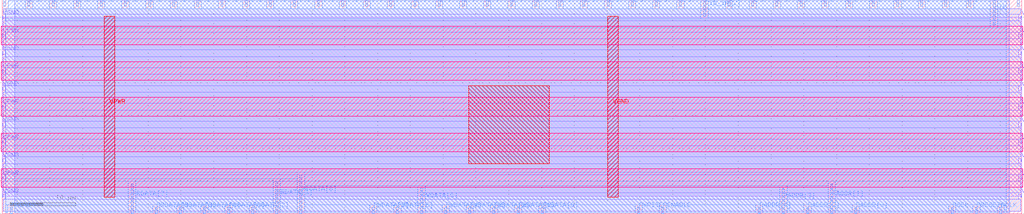
<source format=lef>
VERSION 5.7 ;
  NOWIREEXTENSIONATPIN ON ;
  DIVIDERCHAR "/" ;
  BUSBITCHARS "[]" ;
MACRO I2C
  CLASS BLOCK ;
  FOREIGN I2C ;
  ORIGIN -2.760 0.000 ;
  SIZE 155.480 BY 32.640 ;
  PIN PADDR[0]
    ANTENNADIFFAREA 0.445500 ;
    PORT
      LAYER met3 ;
        RECT 132.790 0.000 133.090 1.000 ;
    END
  END PADDR[0]
  PIN PADDR[1]
    ANTENNADIFFAREA 0.445500 ;
    PORT
      LAYER met3 ;
        RECT 129.110 0.000 129.410 4.570 ;
    END
  END PADDR[1]
  PIN PADDR[2]
    ANTENNADIFFAREA 0.445500 ;
    PORT
      LAYER met3 ;
        RECT 125.430 0.000 125.730 1.000 ;
    END
  END PADDR[2]
  PIN PADDR[3]
    ANTENNADIFFAREA 0.445500 ;
    PORT
      LAYER met3 ;
        RECT 121.750 0.000 122.050 3.890 ;
    END
  END PADDR[3]
  PIN PADDR[4]
    ANTENNADIFFAREA 0.445500 ;
    PORT
      LAYER met3 ;
        RECT 118.070 0.000 118.370 1.000 ;
    END
  END PADDR[4]
  PIN PCLK
    ANTENNADIFFAREA 0.340600 ;
    PORT
      LAYER met3 ;
        RECT 154.870 0.000 155.170 1.000 ;
    END
  END PCLK
  PIN PENABLE
    ANTENNADIFFAREA 0.445500 ;
    PORT
      LAYER met3 ;
        RECT 103.350 0.000 103.650 1.000 ;
    END
  END PENABLE
  PIN PRDATA[0]
    ANTENNAGATEAREA 0.196500 ;
    PORT
      LAYER met3 ;
        RECT 48.150 0.000 48.450 5.930 ;
    END
  END PRDATA[0]
  PIN PRDATA[1]
    ANTENNAGATEAREA 0.196500 ;
    PORT
      LAYER met3 ;
        RECT 44.470 0.000 44.770 4.960 ;
    END
  END PRDATA[1]
  PIN PRDATA[2]
    ANTENNAGATEAREA 0.196500 ;
    PORT
      LAYER met3 ;
        RECT 40.790 0.000 41.090 1.000 ;
    END
  END PRDATA[2]
  PIN PRDATA[3]
    ANTENNAGATEAREA 0.196500 ;
    ANTENNADIFFAREA 0.434700 ;
    PORT
      LAYER met3 ;
        RECT 37.110 0.000 37.410 1.000 ;
    END
  END PRDATA[3]
  PIN PRDATA[4]
    ANTENNAGATEAREA 0.196500 ;
    ANTENNADIFFAREA 0.434700 ;
    PORT
      LAYER met3 ;
        RECT 33.430 0.000 33.730 1.000 ;
    END
  END PRDATA[4]
  PIN PRDATA[5]
    ANTENNAGATEAREA 0.196500 ;
    PORT
      LAYER met3 ;
        RECT 29.750 0.000 30.050 1.000 ;
    END
  END PRDATA[5]
  PIN PRDATA[6]
    ANTENNAGATEAREA 0.196500 ;
    PORT
      LAYER met3 ;
        RECT 26.070 0.000 26.370 1.000 ;
    END
  END PRDATA[6]
  PIN PRDATA[7]
    ANTENNAGATEAREA 0.196500 ;
    PORT
      LAYER met3 ;
        RECT 22.390 0.000 22.690 4.570 ;
    END
  END PRDATA[7]
  PIN PREADY
    ANTENNAGATEAREA 0.213000 ;
    PORT
      LAYER met3 ;
        RECT 3.990 0.000 4.290 1.000 ;
    END
  END PREADY
  PIN PRESETn
    ANTENNADIFFAREA 0.445500 ;
    PORT
      LAYER met3 ;
        RECT 151.190 0.000 151.490 1.000 ;
    END
  END PRESETn
  PIN PSEL
    ANTENNADIFFAREA 0.445500 ;
    PORT
      LAYER met3 ;
        RECT 147.510 0.000 147.810 1.000 ;
    END
  END PSEL
  PIN PWDATA[0]
    ANTENNADIFFAREA 0.445500 ;
    PORT
      LAYER met3 ;
        RECT 84.950 0.000 85.250 1.000 ;
    END
  END PWDATA[0]
  PIN PWDATA[1]
    ANTENNADIFFAREA 0.445500 ;
    PORT
      LAYER met3 ;
        RECT 81.270 0.000 81.570 1.000 ;
    END
  END PWDATA[1]
  PIN PWDATA[2]
    ANTENNADIFFAREA 0.445500 ;
    PORT
      LAYER met3 ;
        RECT 77.590 0.000 77.890 1.000 ;
    END
  END PWDATA[2]
  PIN PWDATA[3]
    ANTENNADIFFAREA 0.445500 ;
    PORT
      LAYER met3 ;
        RECT 73.910 0.000 74.210 1.000 ;
    END
  END PWDATA[3]
  PIN PWDATA[4]
    ANTENNADIFFAREA 0.445500 ;
    PORT
      LAYER met3 ;
        RECT 70.230 0.000 70.530 1.000 ;
    END
  END PWDATA[4]
  PIN PWDATA[5]
    ANTENNADIFFAREA 0.445500 ;
    PORT
      LAYER met3 ;
        RECT 66.550 0.000 66.850 3.890 ;
    END
  END PWDATA[5]
  PIN PWDATA[6]
    ANTENNADIFFAREA 0.445500 ;
    PORT
      LAYER met3 ;
        RECT 62.870 0.000 63.170 1.000 ;
    END
  END PWDATA[6]
  PIN PWDATA[7]
    ANTENNADIFFAREA 0.445500 ;
    PORT
      LAYER met3 ;
        RECT 59.190 0.000 59.490 1.000 ;
    END
  END PWDATA[7]
  PIN PWRITE
    ANTENNADIFFAREA 0.445500 ;
    PORT
      LAYER met3 ;
        RECT 99.670 0.000 99.970 1.000 ;
    END
  END PWRITE
  PIN VGND
    USE GROUND ;
    PORT
      LAYER met1 ;
        RECT 2.760 29.680 2.905 30.160 ;
    END
    PORT
      LAYER met4 ;
        RECT 95.080 2.480 96.680 30.160 ;
    END
    PORT
      LAYER met1 ;
        RECT 2.760 2.480 2.905 2.960 ;
    END
    PORT
      LAYER met1 ;
        RECT 158.095 2.480 158.240 2.960 ;
    END
    PORT
      LAYER met1 ;
        RECT 2.760 7.920 2.905 8.400 ;
    END
    PORT
      LAYER met1 ;
        RECT 158.095 7.920 158.240 8.400 ;
    END
    PORT
      LAYER met1 ;
        RECT 2.760 13.360 2.905 13.840 ;
    END
    PORT
      LAYER met1 ;
        RECT 158.095 13.360 158.240 13.840 ;
    END
    PORT
      LAYER met1 ;
        RECT 2.760 18.800 2.905 19.280 ;
    END
    PORT
      LAYER met1 ;
        RECT 158.095 18.800 158.240 19.280 ;
    END
    PORT
      LAYER met1 ;
        RECT 2.760 24.240 2.905 24.720 ;
    END
    PORT
      LAYER met1 ;
        RECT 158.095 24.240 158.240 24.720 ;
    END
    PORT
      LAYER met1 ;
        RECT 158.095 29.680 158.240 30.160 ;
    END
  END VGND
  PIN VPWR
    USE POWER ;
    PORT
      LAYER met1 ;
        RECT 158.095 16.080 158.240 16.560 ;
    END
    PORT
      LAYER met1 ;
        RECT 158.095 26.960 158.240 27.440 ;
    END
    PORT
      LAYER met1 ;
        RECT 2.760 26.960 2.905 27.440 ;
    END
    PORT
      LAYER met1 ;
        RECT 158.095 21.520 158.240 22.000 ;
    END
    PORT
      LAYER met1 ;
        RECT 2.760 21.520 2.905 22.000 ;
    END
    PORT
      LAYER met1 ;
        RECT 2.760 16.080 2.905 16.560 ;
    END
    PORT
      LAYER met1 ;
        RECT 158.095 10.640 158.240 11.120 ;
    END
    PORT
      LAYER met1 ;
        RECT 2.760 10.640 2.905 11.120 ;
    END
    PORT
      LAYER met1 ;
        RECT 158.095 5.200 158.240 5.680 ;
    END
    PORT
      LAYER met1 ;
        RECT 2.760 5.200 2.905 5.680 ;
    END
    PORT
      LAYER met4 ;
        RECT 18.280 2.480 19.880 30.160 ;
    END
  END VPWR
  PIN clk
    ANTENNAGATEAREA 0.852000 ;
    PORT
      LAYER met3 ;
        RECT 153.870 28.750 154.170 32.640 ;
    END
  END clk
  PIN ena
    PORT
      LAYER met3 ;
        RECT 157.550 31.640 157.850 32.640 ;
    END
  END ena
  PIN rst_n
    ANTENNAGATEAREA 0.196500 ;
    PORT
      LAYER met3 ;
        RECT 150.190 31.640 150.490 32.640 ;
    END
  END rst_n
  PIN ui_in[0]
    PORT
      LAYER met3 ;
        RECT 146.510 31.640 146.810 32.640 ;
    END
  END ui_in[0]
  PIN ui_in[1]
    PORT
      LAYER met3 ;
        RECT 142.830 31.640 143.130 32.640 ;
    END
  END ui_in[1]
  PIN ui_in[2]
    PORT
      LAYER met3 ;
        RECT 139.150 31.640 139.450 32.640 ;
    END
  END ui_in[2]
  PIN ui_in[3]
    PORT
      LAYER met3 ;
        RECT 135.470 31.640 135.770 32.640 ;
    END
  END ui_in[3]
  PIN ui_in[4]
    PORT
      LAYER met3 ;
        RECT 131.790 31.640 132.090 32.640 ;
    END
  END ui_in[4]
  PIN ui_in[5]
    PORT
      LAYER met3 ;
        RECT 128.110 31.640 128.410 32.640 ;
    END
  END ui_in[5]
  PIN ui_in[6]
    PORT
      LAYER met3 ;
        RECT 124.430 31.640 124.730 32.640 ;
    END
  END ui_in[6]
  PIN ui_in[7]
    PORT
      LAYER met3 ;
        RECT 120.750 31.640 121.050 32.640 ;
    END
  END ui_in[7]
  PIN uio_in[0]
    PORT
      LAYER met3 ;
        RECT 117.070 31.640 117.370 32.640 ;
    END
  END uio_in[0]
  PIN uio_in[1]
    PORT
      LAYER met3 ;
        RECT 113.390 31.640 113.690 32.640 ;
    END
  END uio_in[1]
  PIN uio_in[2]
    ANTENNAGATEAREA 0.196500 ;
    PORT
      LAYER met3 ;
        RECT 109.710 30.110 110.010 32.640 ;
    END
  END uio_in[2]
  PIN uio_in[3]
    ANTENNAGATEAREA 0.196500 ;
    PORT
      LAYER met3 ;
        RECT 106.030 31.640 106.330 32.640 ;
    END
  END uio_in[3]
  PIN uio_in[4]
    PORT
      LAYER met3 ;
        RECT 102.350 31.640 102.650 32.640 ;
    END
  END uio_in[4]
  PIN uio_in[5]
    PORT
      LAYER met3 ;
        RECT 98.670 31.640 98.970 32.640 ;
    END
  END uio_in[5]
  PIN uio_in[6]
    PORT
      LAYER met3 ;
        RECT 94.990 31.640 95.290 32.640 ;
    END
  END uio_in[6]
  PIN uio_in[7]
    PORT
      LAYER met3 ;
        RECT 91.310 31.640 91.610 32.640 ;
    END
  END uio_in[7]
  PIN uio_oe[0]
    ANTENNADIFFAREA 0.445500 ;
    PORT
      LAYER met3 ;
        RECT 28.750 31.640 29.050 32.640 ;
    END
  END uio_oe[0]
  PIN uio_oe[1]
    ANTENNADIFFAREA 0.445500 ;
    PORT
      LAYER met3 ;
        RECT 25.070 31.640 25.370 32.640 ;
    END
  END uio_oe[1]
  PIN uio_oe[2]
    ANTENNADIFFAREA 0.445500 ;
    PORT
      LAYER met3 ;
        RECT 21.390 31.640 21.690 32.640 ;
    END
  END uio_oe[2]
  PIN uio_oe[3]
    ANTENNADIFFAREA 0.445500 ;
    PORT
      LAYER met3 ;
        RECT 17.710 31.640 18.010 32.640 ;
    END
  END uio_oe[3]
  PIN uio_oe[4]
    ANTENNADIFFAREA 0.445500 ;
    PORT
      LAYER met3 ;
        RECT 14.030 31.640 14.330 32.640 ;
    END
  END uio_oe[4]
  PIN uio_oe[5]
    ANTENNADIFFAREA 0.445500 ;
    PORT
      LAYER met3 ;
        RECT 10.350 31.640 10.650 32.640 ;
    END
  END uio_oe[5]
  PIN uio_oe[6]
    ANTENNADIFFAREA 0.445500 ;
    PORT
      LAYER met3 ;
        RECT 6.670 31.640 6.970 32.640 ;
    END
  END uio_oe[6]
  PIN uio_oe[7]
    ANTENNADIFFAREA 0.445500 ;
    PORT
      LAYER met3 ;
        RECT 2.990 31.640 3.290 32.640 ;
    END
  END uio_oe[7]
  PIN uio_out[0]
    ANTENNADIFFAREA 0.445500 ;
    PORT
      LAYER met3 ;
        RECT 58.190 31.640 58.490 32.640 ;
    END
  END uio_out[0]
  PIN uio_out[1]
    ANTENNADIFFAREA 0.445500 ;
    PORT
      LAYER met3 ;
        RECT 54.510 31.640 54.810 32.640 ;
    END
  END uio_out[1]
  PIN uio_out[2]
    ANTENNADIFFAREA 0.445500 ;
    PORT
      LAYER met3 ;
        RECT 50.830 31.640 51.130 32.640 ;
    END
  END uio_out[2]
  PIN uio_out[3]
    ANTENNADIFFAREA 0.445500 ;
    PORT
      LAYER met3 ;
        RECT 47.150 31.640 47.450 32.640 ;
    END
  END uio_out[3]
  PIN uio_out[4]
    ANTENNADIFFAREA 0.445500 ;
    PORT
      LAYER met3 ;
        RECT 43.470 31.640 43.770 32.640 ;
    END
  END uio_out[4]
  PIN uio_out[5]
    ANTENNADIFFAREA 0.445500 ;
    PORT
      LAYER met3 ;
        RECT 39.790 31.640 40.090 32.640 ;
    END
  END uio_out[5]
  PIN uio_out[6]
    ANTENNADIFFAREA 0.445500 ;
    PORT
      LAYER met3 ;
        RECT 36.110 31.640 36.410 32.640 ;
    END
  END uio_out[6]
  PIN uio_out[7]
    ANTENNADIFFAREA 0.445500 ;
    PORT
      LAYER met3 ;
        RECT 32.430 31.640 32.730 32.640 ;
    END
  END uio_out[7]
  PIN uo_out[0]
    ANTENNADIFFAREA 0.445500 ;
    PORT
      LAYER met3 ;
        RECT 87.630 31.640 87.930 32.640 ;
    END
  END uo_out[0]
  PIN uo_out[1]
    ANTENNADIFFAREA 0.445500 ;
    PORT
      LAYER met3 ;
        RECT 83.950 31.640 84.250 32.640 ;
    END
  END uo_out[1]
  PIN uo_out[2]
    ANTENNADIFFAREA 0.445500 ;
    PORT
      LAYER met3 ;
        RECT 80.270 31.640 80.570 32.640 ;
    END
  END uo_out[2]
  PIN uo_out[3]
    ANTENNADIFFAREA 0.445500 ;
    PORT
      LAYER met3 ;
        RECT 76.590 31.640 76.890 32.640 ;
    END
  END uo_out[3]
  PIN uo_out[4]
    ANTENNADIFFAREA 0.445500 ;
    PORT
      LAYER met3 ;
        RECT 72.910 31.640 73.210 32.640 ;
    END
  END uo_out[4]
  PIN uo_out[5]
    ANTENNADIFFAREA 0.445500 ;
    PORT
      LAYER met3 ;
        RECT 69.230 31.640 69.530 32.640 ;
    END
  END uo_out[5]
  PIN uo_out[6]
    ANTENNADIFFAREA 0.445500 ;
    PORT
      LAYER met3 ;
        RECT 65.550 31.640 65.850 32.640 ;
    END
  END uo_out[6]
  PIN uo_out[7]
    ANTENNADIFFAREA 0.445500 ;
    PORT
      LAYER met3 ;
        RECT 61.870 31.640 62.170 32.640 ;
    END
  END uo_out[7]
  OBS
      LAYER nwell ;
        RECT 2.570 25.785 158.430 28.615 ;
        RECT 2.570 20.345 158.430 23.175 ;
        RECT 2.570 14.905 158.430 17.735 ;
        RECT 2.570 9.465 158.430 12.295 ;
        RECT 2.570 4.025 158.430 6.855 ;
      LAYER li1 ;
        RECT 2.760 2.635 158.240 30.005 ;
      LAYER met1 ;
        RECT 2.905 30.440 158.095 31.240 ;
        RECT 3.185 29.400 157.815 30.440 ;
        RECT 2.905 27.720 158.095 29.400 ;
        RECT 3.185 26.680 157.815 27.720 ;
        RECT 2.905 25.000 158.095 26.680 ;
        RECT 3.185 23.960 157.815 25.000 ;
        RECT 2.905 22.280 158.095 23.960 ;
        RECT 3.185 21.240 157.815 22.280 ;
        RECT 2.905 19.560 158.095 21.240 ;
        RECT 3.185 18.520 157.815 19.560 ;
        RECT 2.905 16.840 158.095 18.520 ;
        RECT 3.185 15.800 157.815 16.840 ;
        RECT 2.905 14.120 158.095 15.800 ;
        RECT 3.185 13.080 157.815 14.120 ;
        RECT 2.905 11.400 158.095 13.080 ;
        RECT 3.185 10.360 157.815 11.400 ;
        RECT 2.905 8.680 158.095 10.360 ;
        RECT 3.185 7.640 157.815 8.680 ;
        RECT 2.905 5.960 158.095 7.640 ;
        RECT 3.185 4.920 157.815 5.960 ;
        RECT 2.905 3.240 158.095 4.920 ;
        RECT 3.185 2.200 157.815 3.240 ;
        RECT 2.905 0.380 158.095 2.200 ;
      LAYER met2 ;
        RECT 4.690 0.155 156.300 32.485 ;
      LAYER met3 ;
        RECT 3.690 31.240 6.270 32.465 ;
        RECT 7.370 31.240 9.950 32.465 ;
        RECT 11.050 31.240 13.630 32.465 ;
        RECT 14.730 31.240 17.310 32.465 ;
        RECT 18.410 31.240 20.990 32.465 ;
        RECT 22.090 31.240 24.670 32.465 ;
        RECT 25.770 31.240 28.350 32.465 ;
        RECT 29.450 31.240 32.030 32.465 ;
        RECT 33.130 31.240 35.710 32.465 ;
        RECT 36.810 31.240 39.390 32.465 ;
        RECT 40.490 31.240 43.070 32.465 ;
        RECT 44.170 31.240 46.750 32.465 ;
        RECT 47.850 31.240 50.430 32.465 ;
        RECT 51.530 31.240 54.110 32.465 ;
        RECT 55.210 31.240 57.790 32.465 ;
        RECT 58.890 31.240 61.470 32.465 ;
        RECT 62.570 31.240 65.150 32.465 ;
        RECT 66.250 31.240 68.830 32.465 ;
        RECT 69.930 31.240 72.510 32.465 ;
        RECT 73.610 31.240 76.190 32.465 ;
        RECT 77.290 31.240 79.870 32.465 ;
        RECT 80.970 31.240 83.550 32.465 ;
        RECT 84.650 31.240 87.230 32.465 ;
        RECT 88.330 31.240 90.910 32.465 ;
        RECT 92.010 31.240 94.590 32.465 ;
        RECT 95.690 31.240 98.270 32.465 ;
        RECT 99.370 31.240 101.950 32.465 ;
        RECT 103.050 31.240 105.630 32.465 ;
        RECT 106.730 31.240 109.310 32.465 ;
        RECT 3.290 29.710 109.310 31.240 ;
        RECT 110.410 31.240 112.990 32.465 ;
        RECT 114.090 31.240 116.670 32.465 ;
        RECT 117.770 31.240 120.350 32.465 ;
        RECT 121.450 31.240 124.030 32.465 ;
        RECT 125.130 31.240 127.710 32.465 ;
        RECT 128.810 31.240 131.390 32.465 ;
        RECT 132.490 31.240 135.070 32.465 ;
        RECT 136.170 31.240 138.750 32.465 ;
        RECT 139.850 31.240 142.430 32.465 ;
        RECT 143.530 31.240 146.110 32.465 ;
        RECT 147.210 31.240 149.790 32.465 ;
        RECT 150.890 31.240 153.470 32.465 ;
        RECT 110.410 29.710 153.470 31.240 ;
        RECT 3.290 28.350 153.470 29.710 ;
        RECT 154.570 28.350 155.875 32.465 ;
        RECT 3.290 6.330 155.875 28.350 ;
        RECT 3.290 5.360 47.750 6.330 ;
        RECT 3.290 4.970 44.070 5.360 ;
        RECT 3.290 1.400 21.990 4.970 ;
        RECT 3.290 0.175 3.590 1.400 ;
        RECT 4.690 0.175 21.990 1.400 ;
        RECT 23.090 1.400 44.070 4.970 ;
        RECT 23.090 0.175 25.670 1.400 ;
        RECT 26.770 0.175 29.350 1.400 ;
        RECT 30.450 0.175 33.030 1.400 ;
        RECT 34.130 0.175 36.710 1.400 ;
        RECT 37.810 0.175 40.390 1.400 ;
        RECT 41.490 0.175 44.070 1.400 ;
        RECT 45.170 0.175 47.750 5.360 ;
        RECT 48.850 4.970 155.875 6.330 ;
        RECT 48.850 4.290 128.710 4.970 ;
        RECT 48.850 1.400 66.150 4.290 ;
        RECT 48.850 0.175 58.790 1.400 ;
        RECT 59.890 0.175 62.470 1.400 ;
        RECT 63.570 0.175 66.150 1.400 ;
        RECT 67.250 1.400 121.350 4.290 ;
        RECT 67.250 0.175 69.830 1.400 ;
        RECT 70.930 0.175 73.510 1.400 ;
        RECT 74.610 0.175 77.190 1.400 ;
        RECT 78.290 0.175 80.870 1.400 ;
        RECT 81.970 0.175 84.550 1.400 ;
        RECT 85.650 0.175 99.270 1.400 ;
        RECT 100.370 0.175 102.950 1.400 ;
        RECT 104.050 0.175 117.670 1.400 ;
        RECT 118.770 0.175 121.350 1.400 ;
        RECT 122.450 1.400 128.710 4.290 ;
        RECT 122.450 0.175 125.030 1.400 ;
        RECT 126.130 0.175 128.710 1.400 ;
        RECT 129.810 1.400 155.875 4.970 ;
        RECT 129.810 0.175 132.390 1.400 ;
        RECT 133.490 0.175 147.110 1.400 ;
        RECT 148.210 0.175 150.790 1.400 ;
        RECT 151.890 0.175 154.470 1.400 ;
        RECT 155.570 0.175 155.875 1.400 ;
      LAYER met4 ;
        RECT 73.895 7.655 86.185 19.545 ;
  END
END I2C
END LIBRARY


</source>
